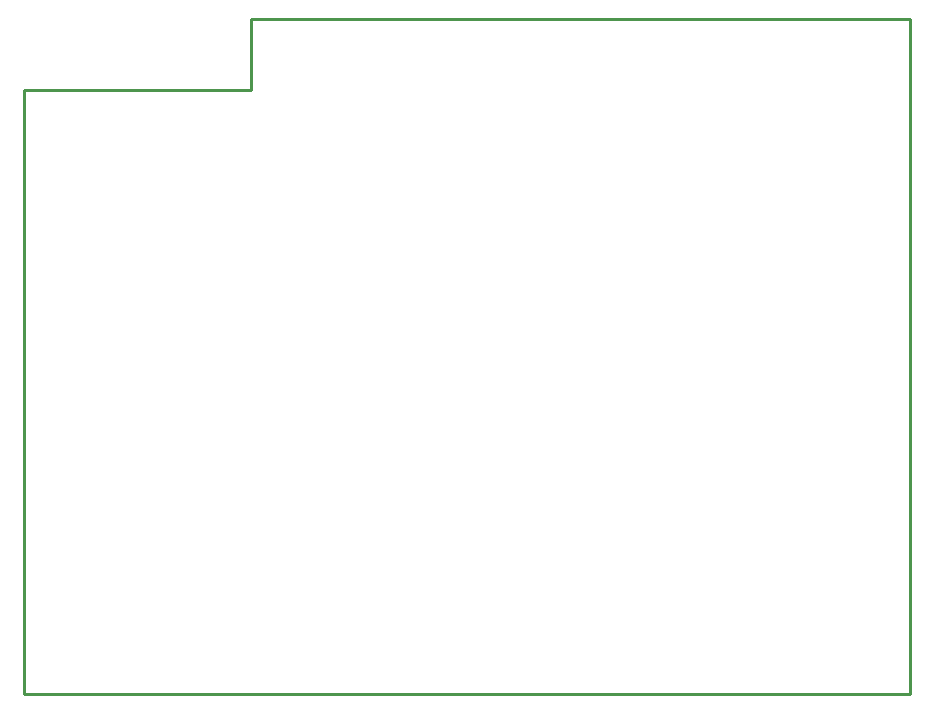
<source format=gbr>
G04 #@! TF.FileFunction,Paste,Bot*
%FSLAX46Y46*%
G04 Gerber Fmt 4.6, Leading zero omitted, Abs format (unit mm)*
G04 Created by KiCad (PCBNEW no-vcs-found-undefined) date Wed Nov  9 17:16:08 2016*
%MOMM*%
%LPD*%
G01*
G04 APERTURE LIST*
%ADD10C,0.100000*%
%ADD11C,0.254000*%
G04 APERTURE END LIST*
D10*
D11*
X88976200Y-67056000D02*
X144723000Y-67056000D01*
X88976200Y-73075800D02*
X88976200Y-67056000D01*
X69720000Y-73075800D02*
X88976200Y-73075800D01*
X69720000Y-124200000D02*
X69720000Y-73075800D01*
X144723000Y-124206000D02*
X144723000Y-67056000D01*
X69723000Y-124206000D02*
X144723000Y-124206000D01*
M02*

</source>
